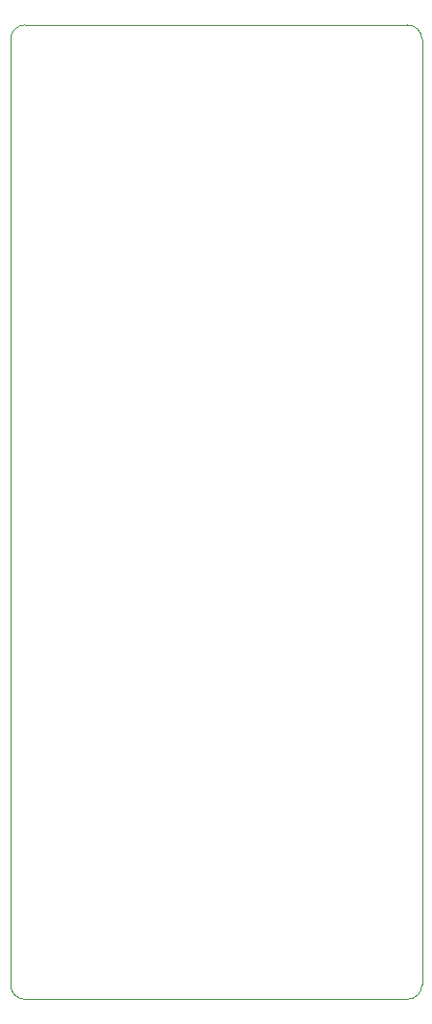
<source format=gbr>
G04 #@! TF.GenerationSoftware,KiCad,Pcbnew,(5.1.2)-2*
G04 #@! TF.CreationDate,2019-08-13T00:16:00-07:00*
G04 #@! TF.ProjectId,PiPowerSystem,5069506f-7765-4725-9379-7374656d2e6b,rev?*
G04 #@! TF.SameCoordinates,Original*
G04 #@! TF.FileFunction,Profile,NP*
%FSLAX46Y46*%
G04 Gerber Fmt 4.6, Leading zero omitted, Abs format (unit mm)*
G04 Created by KiCad (PCBNEW (5.1.2)-2) date 2019-08-13 00:16:00*
%MOMM*%
%LPD*%
G04 APERTURE LIST*
%ADD10C,0.050000*%
G04 APERTURE END LIST*
D10*
X161925000Y-60325000D02*
X161925000Y-60960000D01*
X125730000Y-60325000D02*
X125730000Y-60960000D01*
X125730000Y-60325000D02*
G75*
G02X127000000Y-59055000I1270000J0D01*
G01*
X127000000Y-144780000D02*
G75*
G02X125730000Y-143510000I0J1270000D01*
G01*
X161925000Y-143510000D02*
G75*
G02X160655000Y-144780000I-1270000J0D01*
G01*
X160655000Y-59055000D02*
G75*
G02X161925000Y-60325000I0J-1270000D01*
G01*
X125730000Y-143510000D02*
X125730000Y-60960000D01*
X160655000Y-144780000D02*
X127000000Y-144780000D01*
X161925000Y-60960000D02*
X161925000Y-143510000D01*
X127000000Y-59055000D02*
X160655000Y-59055000D01*
M02*

</source>
